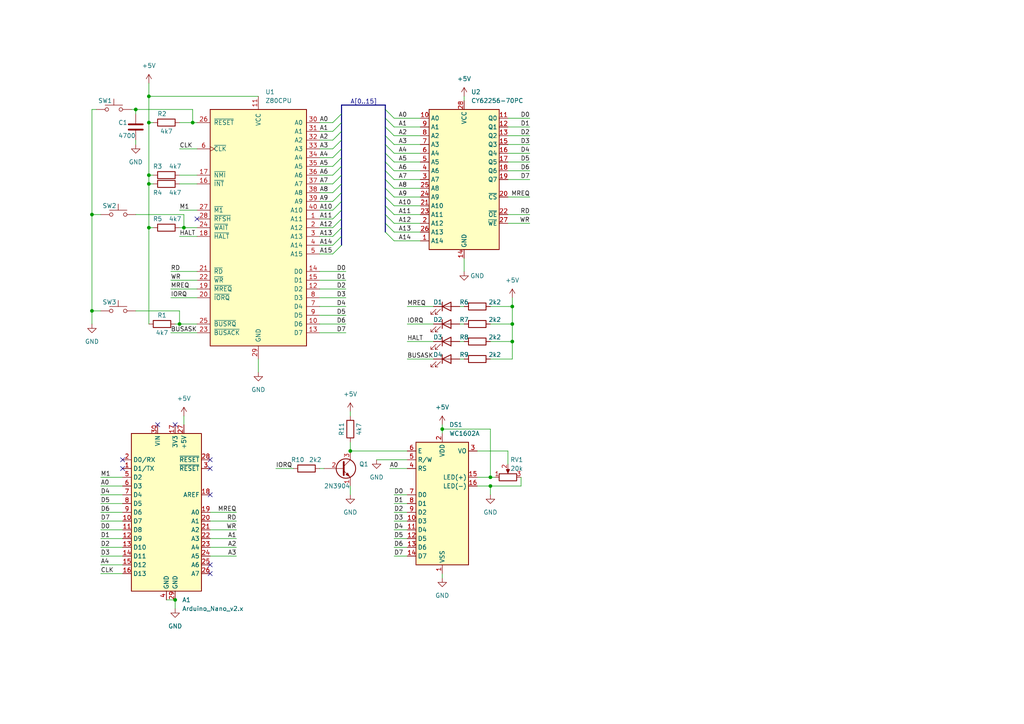
<source format=kicad_sch>
(kicad_sch (version 20211123) (generator eeschema)
  (paper "A4")
  (lib_symbols
    (symbol "CPU:Z80CPU" (pin_names (offset 1.016))
      (property "Reference" "U" (at -13.97 35.56 0))
      (property "Value" "Z80CPU" (at 6.35 35.56 0))
      (symbol "Z80CPU_0_1"
        (rectangle (start -13.97 34.29) (end 13.97 -34.29) (stroke (width 0.254)) (fill (type background)))
      )
      (symbol "Z80CPU_1_1"
        (pin output line (at 17.78 2.54 180) (length 3.81) (name "A11") (number "1"))
        (pin bidirectional line (at 17.78 -27.94 180) (length 3.81) (name "D6") (number "10"))
        (pin power_in line (at 0 38.1 270) (length 3.81) (name "VCC") (number "11"))
        (pin bidirectional line (at 17.78 -17.78 180) (length 3.81) (name "D2") (number "12"))
        (pin bidirectional line (at 17.78 -30.48 180) (length 3.81) (name "D7") (number "13"))
        (pin bidirectional line (at 17.78 -12.7 180) (length 3.81) (name "D0") (number "14"))
        (pin bidirectional line (at 17.78 -15.24 180) (length 3.81) (name "D1") (number "15"))
        (pin input line (at -17.78 12.7 0) (length 3.81) (name "~{INT}") (number "16"))
        (pin input line (at -17.78 15.24 0) (length 3.81) (name "~{NMI}") (number "17"))
        (pin output line (at -17.78 -2.54 0) (length 3.81) (name "~{HALT}") (number "18"))
        (pin output line (at -17.78 -17.78 0) (length 3.81) (name "~{MREQ}") (number "19"))
        (pin output line (at 17.78 0 180) (length 3.81) (name "A12") (number "2"))
        (pin output line (at -17.78 -20.32 0) (length 3.81) (name "~{IORQ}") (number "20"))
        (pin output line (at -17.78 -12.7 0) (length 3.81) (name "~{RD}") (number "21"))
        (pin output line (at -17.78 -15.24 0) (length 3.81) (name "~{WR}") (number "22"))
        (pin output line (at -17.78 -30.48 0) (length 3.81) (name "~{BUSACK}") (number "23"))
        (pin input line (at -17.78 0 0) (length 3.81) (name "~{WAIT}") (number "24"))
        (pin input line (at -17.78 -27.94 0) (length 3.81) (name "~{BUSRQ}") (number "25"))
        (pin input line (at -17.78 30.48 0) (length 3.81) (name "~{RESET}") (number "26"))
        (pin output line (at -17.78 5.08 0) (length 3.81) (name "~{M1}") (number "27"))
        (pin output line (at -17.78 2.54 0) (length 3.81) (name "~{RFSH}") (number "28"))
        (pin power_in line (at 0 -38.1 90) (length 3.81) (name "GND") (number "29"))
        (pin output line (at 17.78 -2.54 180) (length 3.81) (name "A13") (number "3"))
        (pin output line (at 17.78 30.48 180) (length 3.81) (name "A0") (number "30"))
        (pin output line (at 17.78 27.94 180) (length 3.81) (name "A1") (number "31"))
        (pin output line (at 17.78 25.4 180) (length 3.81) (name "A2") (number "32"))
        (pin output line (at 17.78 22.86 180) (length 3.81) (name "A3") (number "33"))
        (pin output line (at 17.78 20.32 180) (length 3.81) (name "A4") (number "34"))
        (pin output line (at 17.78 17.78 180) (length 3.81) (name "A5") (number "35"))
        (pin output line (at 17.78 15.24 180) (length 3.81) (name "A6") (number "36"))
        (pin output line (at 17.78 12.7 180) (length 3.81) (name "A7") (number "37"))
        (pin output line (at 17.78 10.16 180) (length 3.81) (name "A8") (number "38"))
        (pin output line (at 17.78 7.62 180) (length 3.81) (name "A9") (number "39"))
        (pin output line (at 17.78 -5.08 180) (length 3.81) (name "A14") (number "4"))
        (pin output line (at 17.78 5.08 180) (length 3.81) (name "A10") (number "40"))
        (pin output line (at 17.78 -7.62 180) (length 3.81) (name "A15") (number "5"))
        (pin input clock (at -17.78 22.86 0) (length 3.81) (name "~{CLK}") (number "6"))
        (pin bidirectional line (at 17.78 -22.86 180) (length 3.81) (name "D4") (number "7"))
        (pin bidirectional line (at 17.78 -20.32 180) (length 3.81) (name "D3") (number "8"))
        (pin bidirectional line (at 17.78 -25.4 180) (length 3.81) (name "D5") (number "9"))
      )
    )
    (symbol "Device:C" (pin_numbers hide) (pin_names (offset 0.254))
      (property "Reference" "C" (at 0.635 2.54 0))
      (property "Value" "C" (at 0.635 -2.54 0))
      (symbol "C_0_1"
        (polyline (pts (xy -2.032 -0.762) (xy 2.032 -0.762)) (stroke (width 0.508)))
        (polyline (pts (xy -2.032 0.762) (xy 2.032 0.762)) (stroke (width 0.508)))
      )
      (symbol "C_1_1"
        (pin passive line (at 0 3.81 270) (length 2.794) (name "~") (number "1"))
        (pin passive line (at 0 -3.81 90) (length 2.794) (name "~") (number "2"))
      )
    )
    (symbol "Device:LED" (pin_numbers hide) (pin_names (offset 1.016) hide)
      (property "Reference" "D" (at 0 2.54 0))
      (property "Value" "LED" (at 0 -2.54 0))
      (symbol "LED_0_1"
        (polyline (pts (xy -1.27 -1.27) (xy -1.27 1.27)) (stroke (width 0.254)))
        (polyline (pts (xy -1.27 0) (xy 1.27 0)))
        (polyline (pts (xy 1.27 -1.27) (xy 1.27 1.27) (xy -1.27 0) (xy 1.27 -1.27)) (stroke (width 0.254)))
        (polyline (pts (xy -3.048 -0.762) (xy -4.572 -2.286) (xy -3.81 -2.286) (xy -4.572 -2.286) (xy -4.572 -1.524)))
        (polyline (pts (xy -1.778 -0.762) (xy -3.302 -2.286) (xy -2.54 -2.286) (xy -3.302 -2.286) (xy -3.302 -1.524)))
      )
      (symbol "LED_1_1"
        (pin passive line (at -3.81 0 0) (length 2.54) (name "K") (number "1"))
        (pin passive line (at 3.81 0 180) (length 2.54) (name "A") (number "2"))
      )
    )
    (symbol "Device:R" (pin_numbers hide) (pin_names (offset 0))
      (property "Reference" "R" (at 2.032 0 90))
      (property "Value" "R" (at 0 0 90))
      (symbol "R_0_1"
        (rectangle (start -1.016 -2.54) (end 1.016 2.54) (stroke (width 0.254)))
      )
      (symbol "R_1_1"
        (pin passive line (at 0 3.81 270) (length 1.27) (name "~") (number "1"))
        (pin passive line (at 0 -3.81 90) (length 1.27) (name "~") (number "2"))
      )
    )
    (symbol "Device:R_Potentiometer" (pin_names (offset 1.016) hide)
      (property "Reference" "RV" (at -4.445 0 90))
      (property "Value" "R_Potentiometer" (at -2.54 0 90))
      (symbol "R_Potentiometer_0_1"
        (polyline (pts (xy 2.54 0) (xy 1.524 0)))
        (polyline (pts (xy 1.143 0) (xy 2.286 0.508) (xy 2.286 -0.508) (xy 1.143 0)) (fill (type outline)))
        (rectangle (start 1.016 2.54) (end -1.016 -2.54) (stroke (width 0.254)))
      )
      (symbol "R_Potentiometer_1_1"
        (pin passive line (at 0 3.81 270) (length 1.27) (name "1") (number "1"))
        (pin passive line (at 3.81 0 180) (length 1.27) (name "2") (number "2"))
        (pin passive line (at 0 -3.81 90) (length 1.27) (name "3") (number "3"))
      )
    )
    (symbol "Display_Character:WC1602A"
      (property "Reference" "DS" (at -5.842 19.05 0))
      (property "Value" "WC1602A" (at 5.334 19.05 0))
      (symbol "WC1602A_1_1"
        (rectangle (start -7.62 17.78) (end 7.62 -17.78) (stroke (width 0.254)) (fill (type background)))
        (pin power_in line (at 0 -20.32 90) (length 2.54) (name "VSS") (number "1"))
        (pin input line (at -10.16 -5.08 0) (length 2.54) (name "D3") (number "10"))
        (pin input line (at -10.16 -7.62 0) (length 2.54) (name "D4") (number "11"))
        (pin input line (at -10.16 -10.16 0) (length 2.54) (name "D5") (number "12"))
        (pin input line (at -10.16 -12.7 0) (length 2.54) (name "D6") (number "13"))
        (pin input line (at -10.16 -15.24 0) (length 2.54) (name "D7") (number "14"))
        (pin power_in line (at 10.16 7.62 180) (length 2.54) (name "LED(+)") (number "15"))
        (pin power_in line (at 10.16 5.08 180) (length 2.54) (name "LED(-)") (number "16"))
        (pin power_in line (at 0 20.32 270) (length 2.54) (name "VDD") (number "2"))
        (pin input line (at 10.16 15.24 180) (length 2.54) (name "VO") (number "3"))
        (pin input line (at -10.16 10.16 0) (length 2.54) (name "RS") (number "4"))
        (pin input line (at -10.16 12.7 0) (length 2.54) (name "R/W") (number "5"))
        (pin input line (at -10.16 15.24 0) (length 2.54) (name "E") (number "6"))
        (pin input line (at -10.16 2.54 0) (length 2.54) (name "D0") (number "7"))
        (pin input line (at -10.16 0 0) (length 2.54) (name "D1") (number "8"))
        (pin input line (at -10.16 -2.54 0) (length 2.54) (name "D2") (number "9"))
      )
    )
    (symbol "MCU_Module:Arduino_Nano_v2.x"
      (property "Reference" "A" (at -10.16 23.495 0))
      (property "Value" "Arduino_Nano_v2.x" (at 5.08 -24.13 0))
      (symbol "Arduino_Nano_v2.x_0_1"
        (rectangle (start -10.16 22.86) (end 10.16 -22.86) (stroke (width 0.254)) (fill (type background)))
      )
      (symbol "Arduino_Nano_v2.x_1_1"
        (pin bidirectional line (at -12.7 12.7 0) (length 2.54) (name "D1/TX") (number "1"))
        (pin bidirectional line (at -12.7 -2.54 0) (length 2.54) (name "D7") (number "10"))
        (pin bidirectional line (at -12.7 -5.08 0) (length 2.54) (name "D8") (number "11"))
        (pin bidirectional line (at -12.7 -7.62 0) (length 2.54) (name "D9") (number "12"))
        (pin bidirectional line (at -12.7 -10.16 0) (length 2.54) (name "D10") (number "13"))
        (pin bidirectional line (at -12.7 -12.7 0) (length 2.54) (name "D11") (number "14"))
        (pin bidirectional line (at -12.7 -15.24 0) (length 2.54) (name "D12") (number "15"))
        (pin bidirectional line (at -12.7 -17.78 0) (length 2.54) (name "D13") (number "16"))
        (pin power_out line (at 2.54 25.4 270) (length 2.54) (name "3V3") (number "17"))
        (pin input line (at 12.7 5.08 180) (length 2.54) (name "AREF") (number "18"))
        (pin bidirectional line (at 12.7 0 180) (length 2.54) (name "A0") (number "19"))
        (pin bidirectional line (at -12.7 15.24 0) (length 2.54) (name "D0/RX") (number "2"))
        (pin bidirectional line (at 12.7 -2.54 180) (length 2.54) (name "A1") (number "20"))
        (pin bidirectional line (at 12.7 -5.08 180) (length 2.54) (name "A2") (number "21"))
        (pin bidirectional line (at 12.7 -7.62 180) (length 2.54) (name "A3") (number "22"))
        (pin bidirectional line (at 12.7 -10.16 180) (length 2.54) (name "A4") (number "23"))
        (pin bidirectional line (at 12.7 -12.7 180) (length 2.54) (name "A5") (number "24"))
        (pin bidirectional line (at 12.7 -15.24 180) (length 2.54) (name "A6") (number "25"))
        (pin bidirectional line (at 12.7 -17.78 180) (length 2.54) (name "A7") (number "26"))
        (pin power_out line (at 5.08 25.4 270) (length 2.54) (name "+5V") (number "27"))
        (pin input line (at 12.7 15.24 180) (length 2.54) (name "~{RESET}") (number "28"))
        (pin power_in line (at 2.54 -25.4 90) (length 2.54) (name "GND") (number "29"))
        (pin input line (at 12.7 12.7 180) (length 2.54) (name "~{RESET}") (number "3"))
        (pin power_in line (at -2.54 25.4 270) (length 2.54) (name "VIN") (number "30"))
        (pin power_in line (at 0 -25.4 90) (length 2.54) (name "GND") (number "4"))
        (pin bidirectional line (at -12.7 10.16 0) (length 2.54) (name "D2") (number "5"))
        (pin bidirectional line (at -12.7 7.62 0) (length 2.54) (name "D3") (number "6"))
        (pin bidirectional line (at -12.7 5.08 0) (length 2.54) (name "D4") (number "7"))
        (pin bidirectional line (at -12.7 2.54 0) (length 2.54) (name "D5") (number "8"))
        (pin bidirectional line (at -12.7 0 0) (length 2.54) (name "D6") (number "9"))
      )
    )
    (symbol "Memory_RAM:CY62256-70PC"
      (property "Reference" "U" (at -10.16 20.955 0))
      (property "Value" "CY62256-70PC" (at 2.54 20.955 0))
      (symbol "CY62256-70PC_0_0"
        (pin power_in line (at 0 -22.86 90) (length 2.54) (name "GND") (number "14"))
        (pin power_in line (at 0 22.86 270) (length 2.54) (name "VCC") (number "28"))
      )
      (symbol "CY62256-70PC_0_1"
        (rectangle (start -10.16 20.32) (end 10.16 -20.32) (stroke (width 0.254)) (fill (type background)))
      )
      (symbol "CY62256-70PC_1_1"
        (pin input line (at -12.7 -17.78 0) (length 2.54) (name "A14") (number "1"))
        (pin input line (at -12.7 17.78 0) (length 2.54) (name "A0") (number "10"))
        (pin tri_state line (at 12.7 17.78 180) (length 2.54) (name "Q0") (number "11"))
        (pin tri_state line (at 12.7 15.24 180) (length 2.54) (name "Q1") (number "12"))
        (pin tri_state line (at 12.7 12.7 180) (length 2.54) (name "Q2") (number "13"))
        (pin tri_state line (at 12.7 10.16 180) (length 2.54) (name "Q3") (number "15"))
        (pin tri_state line (at 12.7 7.62 180) (length 2.54) (name "Q4") (number "16"))
        (pin tri_state line (at 12.7 5.08 180) (length 2.54) (name "Q5") (number "17"))
        (pin tri_state line (at 12.7 2.54 180) (length 2.54) (name "Q6") (number "18"))
        (pin tri_state line (at 12.7 0 180) (length 2.54) (name "Q7") (number "19"))
        (pin input line (at -12.7 -12.7 0) (length 2.54) (name "A12") (number "2"))
        (pin input line (at 12.7 -5.08 180) (length 2.54) (name "~{CS}") (number "20"))
        (pin input line (at -12.7 -7.62 0) (length 2.54) (name "A10") (number "21"))
        (pin input line (at 12.7 -10.16 180) (length 2.54) (name "~{OE}") (number "22"))
        (pin input line (at -12.7 -10.16 0) (length 2.54) (name "A11") (number "23"))
        (pin input line (at -12.7 -5.08 0) (length 2.54) (name "A9") (number "24"))
        (pin input line (at -12.7 -2.54 0) (length 2.54) (name "A8") (number "25"))
        (pin input line (at -12.7 -15.24 0) (length 2.54) (name "A13") (number "26"))
        (pin input line (at 12.7 -12.7 180) (length 2.54) (name "~{WE}") (number "27"))
        (pin input line (at -12.7 0 0) (length 2.54) (name "A7") (number "3"))
        (pin input line (at -12.7 2.54 0) (length 2.54) (name "A6") (number "4"))
        (pin input line (at -12.7 5.08 0) (length 2.54) (name "A5") (number "5"))
        (pin input line (at -12.7 7.62 0) (length 2.54) (name "A4") (number "6"))
        (pin input line (at -12.7 10.16 0) (length 2.54) (name "A3") (number "7"))
        (pin input line (at -12.7 12.7 0) (length 2.54) (name "A2") (number "8"))
        (pin input line (at -12.7 15.24 0) (length 2.54) (name "A1") (number "9"))
      )
    )
    (symbol "Switch:SW_Push" (pin_numbers hide) (pin_names (offset 1.016) hide)
      (property "Reference" "SW" (at 1.27 2.54 0))
      (property "Value" "SW_Push" (at 0 -1.524 0))
      (symbol "SW_Push_0_1"
        (circle (center -2.032 0) (radius 0.508))
        (polyline (pts (xy 0 1.27) (xy 0 3.048)))
        (polyline (pts (xy 2.54 1.27) (xy -2.54 1.27)))
        (circle (center 2.032 0) (radius 0.508))
        (pin passive line (at -5.08 0 0) (length 2.54) (name "1") (number "1"))
        (pin passive line (at 5.08 0 180) (length 2.54) (name "2") (number "2"))
      )
    )
    (symbol "Transistor_BJT:2N3904" (pin_names (offset 0) hide)
      (property "Reference" "Q" (at 5.08 1.905 0))
      (property "Value" "2N3904" (at 5.08 0 0))
      (symbol "2N3904_0_1"
        (polyline (pts (xy 0.635 0.635) (xy 2.54 2.54)))
        (polyline (pts (xy 0.635 -0.635) (xy 2.54 -2.54) (xy 2.54 -2.54)))
        (polyline (pts (xy 0.635 1.905) (xy 0.635 -1.905) (xy 0.635 -1.905)) (stroke (width 0.508)))
        (polyline (pts (xy 1.27 -1.778) (xy 1.778 -1.27) (xy 2.286 -2.286) (xy 1.27 -1.778) (xy 1.27 -1.778)) (fill (type outline)))
        (circle (center 1.27 0) (radius 2.8194) (stroke (width 0.254)))
      )
      (symbol "2N3904_1_1"
        (pin passive line (at 2.54 -5.08 90) (length 2.54) (name "E") (number "1"))
        (pin passive line (at -5.08 0 0) (length 5.715) (name "B") (number "2"))
        (pin passive line (at 2.54 5.08 270) (length 2.54) (name "C") (number "3"))
      )
    )
    (symbol "power:+5V" (power) (pin_names (offset 0))
      (property "Value" "+5V" (at 0 3.556 0))
      (symbol "+5V_0_1"
        (polyline (pts (xy -0.762 1.27) (xy 0 2.54)))
        (polyline (pts (xy 0 0) (xy 0 2.54)))
        (polyline (pts (xy 0 2.54) (xy 0.762 1.27)))
      )
      (symbol "+5V_1_1"
        (pin power_in line (at 0 0 90) (length 0) hide (name "+5V") (number "1"))
      )
    )
    (symbol "power:GND" (power) (pin_names (offset 0))
      (property "Value" "GND" (at 0 -3.81 0))
      (symbol "GND_0_1"
        (polyline (pts (xy 0 0) (xy 0 -1.27) (xy 1.27 -1.27) (xy 0 -2.54) (xy -1.27 -1.27) (xy 0 -1.27)))
      )
      (symbol "GND_1_1"
        (pin power_in line (at 0 0 270) (length 0) hide (name "GND") (number "1"))
      )
    )
  )
  (junction (at 43.18 53.34))
  (junction (at 26.67 90.17))
  (junction (at 43.18 66.04))
  (junction (at 101.6 130.81))
  (junction (at 142.24 140.97))
  (junction (at 55.88 35.56))
  (junction (at 148.59 88.9))
  (junction (at 43.18 27.94))
  (junction (at 39.37 31.75))
  (junction (at 128.27 124.46))
  (junction (at 148.59 93.98))
  (junction (at 43.18 35.56))
  (junction (at 50.8 173.99))
  (junction (at 43.18 50.8))
  (junction (at 52.07 93.98))
  (junction (at 53.34 66.04))
  (junction (at 142.24 138.43))
  (junction (at 148.59 99.06))
  (junction (at 26.67 62.23))
  (no_connect (at 50.8 123.19))
  (no_connect (at 60.96 133.35))
  (no_connect (at 35.56 133.35))
  (no_connect (at 60.96 163.83))
  (no_connect (at 45.72 123.19))
  (no_connect (at 60.96 143.51))
  (no_connect (at 60.96 135.89))
  (no_connect (at 35.56 135.89))
  (no_connect (at 57.15 63.5))
  (no_connect (at 60.96 166.37))
  (bus_entry (at 111.76 46.99) (size 2.54 2.54))
  (bus_entry (at 99.06 45.72) (size -2.54 2.54))
  (bus_entry (at 111.76 52.07) (size 2.54 2.54))
  (bus_entry (at 111.76 57.15) (size 2.54 2.54))
  (bus_entry (at 99.06 55.88) (size -2.54 2.54))
  (bus_entry (at 99.06 40.64) (size -2.54 2.54))
  (bus_entry (at 111.76 41.91) (size 2.54 2.54))
  (bus_entry (at 99.06 68.58) (size -2.54 2.54))
  (bus_entry (at 111.76 39.37) (size 2.54 2.54))
  (bus_entry (at 111.76 54.61) (size 2.54 2.54))
  (bus_entry (at 111.76 62.23) (size 2.54 2.54))
  (bus_entry (at 99.06 48.26) (size -2.54 2.54))
  (bus_entry (at 99.06 53.34) (size -2.54 2.54))
  (bus_entry (at 111.76 31.75) (size 2.54 2.54))
  (bus_entry (at 111.76 34.29) (size 2.54 2.54))
  (bus_entry (at 99.06 50.8) (size -2.54 2.54))
  (bus_entry (at 99.06 60.96) (size -2.54 2.54))
  (bus_entry (at 111.76 44.45) (size 2.54 2.54))
  (bus_entry (at 99.06 66.04) (size -2.54 2.54))
  (bus_entry (at 99.06 43.18) (size -2.54 2.54))
  (bus_entry (at 99.06 58.42) (size -2.54 2.54))
  (bus_entry (at 111.76 67.31) (size 2.54 2.54))
  (bus_entry (at 111.76 36.83) (size 2.54 2.54))
  (bus_entry (at 99.06 35.56) (size -2.54 2.54))
  (bus_entry (at 99.06 38.1) (size -2.54 2.54))
  (bus_entry (at 111.76 59.69) (size 2.54 2.54))
  (bus_entry (at 111.76 64.77) (size 2.54 2.54))
  (bus_entry (at 111.76 49.53) (size 2.54 2.54))
  (bus_entry (at 99.06 63.5) (size -2.54 2.54))
  (bus_entry (at 99.06 33.02) (size -2.54 2.54))
  (bus_entry (at 99.06 71.12) (size -2.54 2.54))
  (wire (pts (xy 142.24 93.98) (xy 148.59 93.98)))
  (wire (pts (xy 80.01 135.89) (xy 85.09 135.89)))
  (wire (pts (xy 133.35 99.06) (xy 134.62 99.06)))
  (wire (pts (xy 148.59 99.06) (xy 148.59 104.14)))
  (wire (pts (xy 26.67 62.23) (xy 29.21 62.23)))
  (wire (pts (xy 147.32 44.45) (xy 153.67 44.45)))
  (wire (pts (xy 114.3 153.67) (xy 118.11 153.67)))
  (wire (pts (xy 134.62 74.93) (xy 134.62 78.74)))
  (wire (pts (xy 44.45 53.34) (xy 43.18 53.34)))
  (wire (pts (xy 29.21 138.43) (xy 35.56 138.43)))
  (wire (pts (xy 43.18 53.34) (xy 43.18 50.8)))
  (wire (pts (xy 43.18 66.04) (xy 43.18 53.34)))
  (bus (pts (xy 99.06 53.34) (xy 99.06 55.88)))
  (wire (pts (xy 92.71 45.72) (xy 96.52 45.72)))
  (wire (pts (xy 92.71 83.82) (xy 100.33 83.82)))
  (wire (pts (xy 49.53 83.82) (xy 57.15 83.82)))
  (wire (pts (xy 52.07 43.18) (xy 57.15 43.18)))
  (wire (pts (xy 138.43 138.43) (xy 142.24 138.43)))
  (wire (pts (xy 133.35 88.9) (xy 134.62 88.9)))
  (bus (pts (xy 99.06 63.5) (xy 99.06 66.04)))
  (wire (pts (xy 39.37 40.64) (xy 39.37 41.91)))
  (wire (pts (xy 55.88 35.56) (xy 57.15 35.56)))
  (bus (pts (xy 99.06 48.26) (xy 99.06 50.8)))
  (wire (pts (xy 92.71 40.64) (xy 96.52 40.64)))
  (wire (pts (xy 29.21 156.21) (xy 35.56 156.21)))
  (wire (pts (xy 55.88 31.75) (xy 55.88 35.56)))
  (wire (pts (xy 49.53 78.74) (xy 57.15 78.74)))
  (wire (pts (xy 92.71 96.52) (xy 100.33 96.52)))
  (wire (pts (xy 128.27 124.46) (xy 142.24 124.46)))
  (wire (pts (xy 114.3 52.07) (xy 121.92 52.07)))
  (wire (pts (xy 147.32 46.99) (xy 153.67 46.99)))
  (wire (pts (xy 92.71 43.18) (xy 96.52 43.18)))
  (wire (pts (xy 101.6 140.97) (xy 101.6 143.51)))
  (wire (pts (xy 53.34 66.04) (xy 57.15 66.04)))
  (wire (pts (xy 118.11 104.14) (xy 125.73 104.14)))
  (wire (pts (xy 114.3 49.53) (xy 121.92 49.53)))
  (wire (pts (xy 26.67 62.23) (xy 26.67 90.17)))
  (wire (pts (xy 92.71 66.04) (xy 96.52 66.04)))
  (wire (pts (xy 52.07 53.34) (xy 57.15 53.34)))
  (bus (pts (xy 99.06 35.56) (xy 99.06 38.1)))
  (wire (pts (xy 29.21 143.51) (xy 35.56 143.51)))
  (wire (pts (xy 48.26 173.99) (xy 50.8 173.99)))
  (wire (pts (xy 92.71 73.66) (xy 96.52 73.66)))
  (wire (pts (xy 114.3 64.77) (xy 121.92 64.77)))
  (wire (pts (xy 114.3 161.29) (xy 118.11 161.29)))
  (wire (pts (xy 92.71 93.98) (xy 100.33 93.98)))
  (wire (pts (xy 92.71 53.34) (xy 96.52 53.34)))
  (bus (pts (xy 111.76 44.45) (xy 111.76 46.99)))
  (wire (pts (xy 147.32 34.29) (xy 153.67 34.29)))
  (wire (pts (xy 114.3 156.21) (xy 118.11 156.21)))
  (wire (pts (xy 92.71 48.26) (xy 96.52 48.26)))
  (bus (pts (xy 99.06 40.64) (xy 99.06 43.18)))
  (wire (pts (xy 114.3 46.99) (xy 121.92 46.99)))
  (wire (pts (xy 114.3 146.05) (xy 118.11 146.05)))
  (wire (pts (xy 92.71 60.96) (xy 96.52 60.96)))
  (bus (pts (xy 99.06 30.48) (xy 111.76 30.48)))
  (wire (pts (xy 92.71 55.88) (xy 96.52 55.88)))
  (wire (pts (xy 138.43 140.97) (xy 142.24 140.97)))
  (wire (pts (xy 114.3 44.45) (xy 121.92 44.45)))
  (wire (pts (xy 29.21 140.97) (xy 35.56 140.97)))
  (bus (pts (xy 99.06 50.8) (xy 99.06 53.34)))
  (wire (pts (xy 147.32 39.37) (xy 153.67 39.37)))
  (wire (pts (xy 92.71 81.28) (xy 100.33 81.28)))
  (wire (pts (xy 43.18 66.04) (xy 43.18 93.98)))
  (bus (pts (xy 111.76 36.83) (xy 111.76 39.37)))
  (wire (pts (xy 52.07 90.17) (xy 52.07 93.98)))
  (bus (pts (xy 99.06 58.42) (xy 99.06 60.96)))
  (wire (pts (xy 92.71 50.8) (xy 96.52 50.8)))
  (bus (pts (xy 111.76 30.48) (xy 111.76 31.75)))
  (bus (pts (xy 99.06 55.88) (xy 99.06 58.42)))
  (wire (pts (xy 148.59 99.06) (xy 148.59 93.98)))
  (wire (pts (xy 92.71 71.12) (xy 96.52 71.12)))
  (wire (pts (xy 133.35 93.98) (xy 134.62 93.98)))
  (wire (pts (xy 50.8 93.98) (xy 52.07 93.98)))
  (wire (pts (xy 52.07 50.8) (xy 57.15 50.8)))
  (wire (pts (xy 52.07 35.56) (xy 55.88 35.56)))
  (wire (pts (xy 114.3 36.83) (xy 121.92 36.83)))
  (wire (pts (xy 39.37 62.23) (xy 53.34 62.23)))
  (bus (pts (xy 111.76 46.99) (xy 111.76 49.53)))
  (bus (pts (xy 99.06 68.58) (xy 99.06 71.12)))
  (wire (pts (xy 29.21 158.75) (xy 35.56 158.75)))
  (wire (pts (xy 148.59 93.98) (xy 148.59 88.9)))
  (wire (pts (xy 52.07 93.98) (xy 57.15 93.98)))
  (wire (pts (xy 26.67 93.98) (xy 26.67 90.17)))
  (bus (pts (xy 99.06 60.96) (xy 99.06 63.5)))
  (wire (pts (xy 142.24 99.06) (xy 148.59 99.06)))
  (wire (pts (xy 109.22 133.35) (xy 118.11 133.35)))
  (wire (pts (xy 148.59 104.14) (xy 142.24 104.14)))
  (bus (pts (xy 99.06 43.18) (xy 99.06 45.72)))
  (wire (pts (xy 128.27 166.37) (xy 128.27 167.64)))
  (wire (pts (xy 101.6 128.27) (xy 101.6 130.81)))
  (bus (pts (xy 111.76 41.91) (xy 111.76 44.45)))
  (wire (pts (xy 147.32 52.07) (xy 153.67 52.07)))
  (wire (pts (xy 49.53 81.28) (xy 57.15 81.28)))
  (wire (pts (xy 114.3 59.69) (xy 121.92 59.69)))
  (wire (pts (xy 92.71 68.58) (xy 96.52 68.58)))
  (wire (pts (xy 92.71 88.9) (xy 100.33 88.9)))
  (wire (pts (xy 114.3 41.91) (xy 121.92 41.91)))
  (wire (pts (xy 52.07 68.58) (xy 57.15 68.58)))
  (wire (pts (xy 114.3 151.13) (xy 118.11 151.13)))
  (wire (pts (xy 60.96 153.67) (xy 68.58 153.67)))
  (wire (pts (xy 147.32 57.15) (xy 153.67 57.15)))
  (wire (pts (xy 44.45 50.8) (xy 43.18 50.8)))
  (wire (pts (xy 29.21 166.37) (xy 35.56 166.37)))
  (wire (pts (xy 138.43 130.81) (xy 147.32 130.81)))
  (wire (pts (xy 29.21 163.83) (xy 35.56 163.83)))
  (bus (pts (xy 99.06 33.02) (xy 99.06 35.56)))
  (wire (pts (xy 26.67 90.17) (xy 29.21 90.17)))
  (bus (pts (xy 99.06 66.04) (xy 99.06 68.58)))
  (wire (pts (xy 147.32 64.77) (xy 153.67 64.77)))
  (wire (pts (xy 52.07 60.96) (xy 57.15 60.96)))
  (wire (pts (xy 29.21 151.13) (xy 35.56 151.13)))
  (wire (pts (xy 148.59 86.36) (xy 148.59 88.9)))
  (wire (pts (xy 118.11 88.9) (xy 125.73 88.9)))
  (wire (pts (xy 92.71 86.36) (xy 100.33 86.36)))
  (wire (pts (xy 147.32 62.23) (xy 153.67 62.23)))
  (wire (pts (xy 52.07 66.04) (xy 53.34 66.04)))
  (wire (pts (xy 60.96 158.75) (xy 68.58 158.75)))
  (wire (pts (xy 128.27 123.19) (xy 128.27 124.46)))
  (wire (pts (xy 43.18 50.8) (xy 43.18 35.56)))
  (wire (pts (xy 29.21 148.59) (xy 35.56 148.59)))
  (wire (pts (xy 92.71 78.74) (xy 100.33 78.74)))
  (wire (pts (xy 113.03 135.89) (xy 118.11 135.89)))
  (wire (pts (xy 92.71 63.5) (xy 96.52 63.5)))
  (wire (pts (xy 114.3 158.75) (xy 118.11 158.75)))
  (wire (pts (xy 114.3 67.31) (xy 121.92 67.31)))
  (wire (pts (xy 147.32 41.91) (xy 153.67 41.91)))
  (wire (pts (xy 142.24 124.46) (xy 142.24 138.43)))
  (bus (pts (xy 111.76 64.77) (xy 111.76 67.31)))
  (wire (pts (xy 39.37 31.75) (xy 55.88 31.75)))
  (wire (pts (xy 114.3 143.51) (xy 118.11 143.51)))
  (wire (pts (xy 101.6 119.38) (xy 101.6 120.65)))
  (wire (pts (xy 60.96 151.13) (xy 68.58 151.13)))
  (bus (pts (xy 111.76 39.37) (xy 111.76 41.91)))
  (bus (pts (xy 111.76 52.07) (xy 111.76 54.61)))
  (wire (pts (xy 43.18 35.56) (xy 43.18 27.94)))
  (wire (pts (xy 38.1 31.75) (xy 39.37 31.75)))
  (wire (pts (xy 92.71 91.44) (xy 100.33 91.44)))
  (wire (pts (xy 142.24 140.97) (xy 151.13 140.97)))
  (wire (pts (xy 39.37 31.75) (xy 39.37 33.02)))
  (wire (pts (xy 114.3 34.29) (xy 121.92 34.29)))
  (wire (pts (xy 53.34 62.23) (xy 53.34 66.04)))
  (wire (pts (xy 29.21 146.05) (xy 35.56 146.05)))
  (bus (pts (xy 111.76 34.29) (xy 111.76 36.83)))
  (bus (pts (xy 111.76 49.53) (xy 111.76 52.07)))
  (bus (pts (xy 111.76 54.61) (xy 111.76 57.15)))
  (wire (pts (xy 92.71 38.1) (xy 96.52 38.1)))
  (bus (pts (xy 111.76 31.75) (xy 111.76 34.29)))
  (wire (pts (xy 148.59 88.9) (xy 142.24 88.9)))
  (wire (pts (xy 92.71 35.56) (xy 96.52 35.56)))
  (wire (pts (xy 114.3 57.15) (xy 121.92 57.15)))
  (wire (pts (xy 29.21 153.67) (xy 35.56 153.67)))
  (wire (pts (xy 101.6 130.81) (xy 118.11 130.81)))
  (wire (pts (xy 26.67 62.23) (xy 26.67 31.75)))
  (wire (pts (xy 60.96 148.59) (xy 68.58 148.59)))
  (wire (pts (xy 142.24 138.43) (xy 143.51 138.43)))
  (bus (pts (xy 99.06 38.1) (xy 99.06 40.64)))
  (wire (pts (xy 53.34 120.65) (xy 53.34 123.19)))
  (bus (pts (xy 111.76 59.69) (xy 111.76 62.23)))
  (wire (pts (xy 43.18 27.94) (xy 43.18 24.13)))
  (wire (pts (xy 92.71 58.42) (xy 96.52 58.42)))
  (wire (pts (xy 118.11 93.98) (xy 125.73 93.98)))
  (wire (pts (xy 128.27 124.46) (xy 128.27 125.73)))
  (wire (pts (xy 114.3 54.61) (xy 121.92 54.61)))
  (wire (pts (xy 147.32 49.53) (xy 153.67 49.53)))
  (wire (pts (xy 118.11 99.06) (xy 125.73 99.06)))
  (bus (pts (xy 111.76 62.23) (xy 111.76 64.77)))
  (bus (pts (xy 99.06 33.02) (xy 99.06 30.48)))
  (wire (pts (xy 29.21 161.29) (xy 35.56 161.29)))
  (wire (pts (xy 49.53 96.52) (xy 57.15 96.52)))
  (wire (pts (xy 133.35 104.14) (xy 134.62 104.14)))
  (wire (pts (xy 60.96 161.29) (xy 68.58 161.29)))
  (wire (pts (xy 142.24 140.97) (xy 142.24 143.51)))
  (wire (pts (xy 114.3 148.59) (xy 118.11 148.59)))
  (wire (pts (xy 134.62 27.94) (xy 134.62 29.21)))
  (wire (pts (xy 147.32 130.81) (xy 147.32 134.62)))
  (wire (pts (xy 39.37 90.17) (xy 52.07 90.17)))
  (wire (pts (xy 114.3 62.23) (xy 121.92 62.23)))
  (wire (pts (xy 147.32 36.83) (xy 153.67 36.83)))
  (wire (pts (xy 49.53 86.36) (xy 57.15 86.36)))
  (wire (pts (xy 151.13 140.97) (xy 151.13 138.43)))
  (wire (pts (xy 60.96 156.21) (xy 68.58 156.21)))
  (wire (pts (xy 92.71 135.89) (xy 93.98 135.89)))
  (wire (pts (xy 44.45 35.56) (xy 43.18 35.56)))
  (wire (pts (xy 114.3 39.37) (xy 121.92 39.37)))
  (bus (pts (xy 111.76 57.15) (xy 111.76 59.69)))
  (bus (pts (xy 99.06 45.72) (xy 99.06 48.26)))
  (wire (pts (xy 26.67 31.75) (xy 27.94 31.75)))
  (wire (pts (xy 114.3 69.85) (xy 121.92 69.85)))
  (wire (pts (xy 74.93 104.14) (xy 74.93 107.95)))
  (wire (pts (xy 50.8 173.99) (xy 50.8 176.53)))
  (wire (pts (xy 44.45 66.04) (xy 43.18 66.04)))
  (wire (pts (xy 74.93 27.94) (xy 43.18 27.94)))
  (label "A14" (at 92.71 71.12 0))
  (label "D0" (at 29.21 153.67 0))
  (label "RD" (at 49.53 78.74 0))
  (label "RD" (at 153.67 62.23 180))
  (label "D3" (at 114.3 151.13 0))
  (label "MREQ" (at 118.11 88.9 0))
  (label "A11" (at 92.71 63.5 0))
  (label "D5" (at 100.33 91.44 180))
  (label "D6" (at 100.33 93.98 180))
  (label "D2" (at 29.21 158.75 0))
  (label "BUSASK" (at 49.53 96.52 0))
  (label "D1" (at 153.67 36.83 180))
  (label "MREQ" (at 49.53 83.82 0))
  (label "A4" (at 29.21 163.83 0))
  (label "D3" (at 100.33 86.36 180))
  (label "D4" (at 100.33 88.9 180))
  (label "D5" (at 114.3 156.21 0))
  (label "D5" (at 29.21 146.05 0))
  (label "A12" (at 92.71 66.04 0))
  (label "WR" (at 49.53 81.28 0))
  (label "A10" (at 115.57 59.69 0))
  (label "IORQ" (at 49.53 86.36 0))
  (label "A6" (at 92.71 50.8 0))
  (label "D4" (at 114.3 153.67 0))
  (label "A8" (at 115.57 54.61 0))
  (label "HALT" (at 118.11 99.06 0))
  (label "WR" (at 153.67 64.77 180))
  (label "A0" (at 29.21 140.97 0))
  (label "D7" (at 114.3 161.29 0))
  (label "A15" (at 92.71 73.66 0))
  (label "A5" (at 92.71 48.26 0))
  (label "A14" (at 115.57 69.85 0))
  (label "D2" (at 100.33 83.82 180))
  (label "A11" (at 115.57 62.23 0))
  (label "D6" (at 153.67 49.53 180))
  (label "A[0..15]" (at 101.6 30.48 0))
  (label "D6" (at 29.21 148.59 0))
  (label "D7" (at 153.67 52.07 180))
  (label "A0" (at 92.71 35.56 0))
  (label "D0" (at 114.3 143.51 0))
  (label "A9" (at 115.57 57.15 0))
  (label "D1" (at 100.33 81.28 180))
  (label "MREQ" (at 153.67 57.15 180))
  (label "D5" (at 153.67 46.99 180))
  (label "A3" (at 68.58 161.29 180))
  (label "D0" (at 100.33 78.74 180))
  (label "A8" (at 92.71 55.88 0))
  (label "IORQ" (at 80.01 135.89 0))
  (label "D1" (at 29.21 156.21 0))
  (label "CLK" (at 29.21 166.37 0))
  (label "M1" (at 52.07 60.96 0))
  (label "A10" (at 92.71 60.96 0))
  (label "D0" (at 153.67 34.29 180))
  (label "D7" (at 29.21 151.13 0))
  (label "A3" (at 115.57 41.91 0))
  (label "A13" (at 92.71 68.58 0))
  (label "D3" (at 29.21 161.29 0))
  (label "D3" (at 153.67 41.91 180))
  (label "A9" (at 92.71 58.42 0))
  (label "A7" (at 115.57 52.07 0))
  (label "A2" (at 115.57 39.37 0))
  (label "A1" (at 115.57 36.83 0))
  (label "A4" (at 115.57 44.45 0))
  (label "A7" (at 92.71 53.34 0))
  (label "D4" (at 153.67 44.45 180))
  (label "RD" (at 68.58 151.13 180))
  (label "D4" (at 29.21 143.51 0))
  (label "A3" (at 92.71 43.18 0))
  (label "A1" (at 92.71 38.1 0))
  (label "WR" (at 68.58 153.67 180))
  (label "A0" (at 115.57 34.29 0))
  (label "A2" (at 68.58 158.75 180))
  (label "BUSASK" (at 118.11 104.14 0))
  (label "A6" (at 115.57 49.53 0))
  (label "A1" (at 68.58 156.21 180))
  (label "D1" (at 114.3 146.05 0))
  (label "D7" (at 100.33 96.52 180))
  (label "IORQ" (at 118.11 93.98 0))
  (label "A12" (at 115.57 64.77 0))
  (label "A5" (at 115.57 46.99 0))
  (label "D6" (at 114.3 158.75 0))
  (label "A2" (at 92.71 40.64 0))
  (label "MREQ" (at 68.58 148.59 180))
  (label "D2" (at 153.67 39.37 180))
  (label "D2" (at 114.3 148.59 0))
  (label "CLK" (at 52.07 43.18 0))
  (label "A4" (at 92.71 45.72 0))
  (label "M1" (at 29.21 138.43 0))
  (label "A13" (at 115.57 67.31 0))
  (label "A0" (at 113.03 135.89 0))
  (label "HALT" (at 52.07 68.58 0))
  (symbol (lib_id "Device:R") (at 48.26 50.8 90) (unit 1)
    (property "Reference" "R3" (at 45.72 48.26 90))
    (property "Value" "4k7" (at 50.8 48.26 90))
  )
  (symbol (lib_id "Transistor_BJT:2N3904") (at 99.06 135.89 0) (unit 1)
    (property "Reference" "Q1" (at 104.14 134.6199 0) (effects (justify left)))
    (property "Value" "2N3904" (at 93.98 140.97 0) (effects (justify left)))
    (property "Footprint" "Package_TO_SOT_THT:TO-92_Inline" (effects hide))
    (property "Datasheet" "https://www.onsemi.com/pub/Collateral/2N3903-D.PDF" (effects hide))
  )
  (symbol (lib_id "Device:LED") (at 129.54 104.14 0) (unit 1)
    (property "Reference" "D4" (at 127 102.87 0))
    (property "Value" "LED" (effects hide))
  )
  (symbol (lib_id "Device:C") (at 39.37 36.83 0) (unit 1)
    (property "Reference" "C1" (at 34.29 35.56 0) (effects (justify left)))
    (property "Value" "4700" (at 34.29 39.37 0) (effects (justify left)))
  )
  (symbol (lib_id "power:+5V") (at 128.27 123.19 0) (unit 1)
    (property "Reference" "#PWR011" (effects hide))
    (property "Value" "+5V" (at 128.27 118.11 0))
  )
  (symbol (lib_id "Device:R") (at 138.43 99.06 90) (unit 1)
    (property "Reference" "R8" (at 134.62 97.79 90))
    (property "Value" "2k2" (at 143.51 97.79 90))
  )
  (symbol (lib_id "power:GND") (at 74.93 107.95 0) (unit 1)
    (property "Reference" "#PWR06" (effects hide))
    (property "Value" "GND" (at 74.93 113.03 0))
  )
  (symbol (lib_id "power:GND") (at 142.24 143.51 0) (unit 1)
    (property "Reference" "#PWR013" (effects hide))
    (property "Value" "GND" (at 142.24 148.59 0))
  )
  (symbol (lib_id "Device:R_Potentiometer") (at 147.32 138.43 90) (unit 1)
    (property "Reference" "RV1" (at 149.86 133.35 90))
    (property "Value" "20k" (at 149.86 135.89 90))
  )
  (symbol (lib_id "MCU_Module:Arduino_Nano_v2.x") (at 48.26 148.59 0) (unit 1)
    (property "Reference" "A1" (at 52.8194 173.99 0) (effects (justify left)))
    (property "Value" "Arduino_Nano_v2.x" (at 52.8194 176.53 0) (effects (justify left)))
    (property "Footprint" "Module:Arduino_Nano" (effects hide))
    (property "Datasheet" "https://www.arduino.cc/en/uploads/Main/ArduinoNanoManual23.pdf" (effects hide))
  )
  (symbol (lib_id "power:GND") (at 134.62 78.74 0) (unit 1)
    (property "Reference" "#PWR08" (effects hide))
    (property "Value" "GND" (at 138.43 80.01 0))
  )
  (symbol (lib_id "power:GND") (at 50.8 176.53 0) (unit 1)
    (property "Reference" "#PWR01" (effects hide))
    (property "Value" "GND" (at 50.8 181.61 0))
  )
  (symbol (lib_id "Device:R") (at 101.6 124.46 180) (unit 1)
    (property "Reference" "R11" (at 99.06 124.46 90))
    (property "Value" "4k7" (at 104.14 124.46 90))
  )
  (symbol (lib_id "Device:LED") (at 129.54 99.06 0) (unit 1)
    (property "Reference" "D3" (at 127 97.79 0))
    (property "Value" "LED" (effects hide))
  )
  (symbol (lib_id "power:+5V") (at 43.18 24.13 0) (unit 1)
    (property "Reference" "#PWR05" (effects hide))
    (property "Value" "+5V" (at 43.18 19.05 0))
  )
  (symbol (lib_id "Device:R") (at 138.43 88.9 90) (unit 1)
    (property "Reference" "R6" (at 134.62 87.63 90))
    (property "Value" "2k2" (at 143.51 87.63 90))
  )
  (symbol (lib_id "Device:R") (at 138.43 104.14 90) (unit 1)
    (property "Reference" "R9" (at 134.62 102.87 90))
    (property "Value" "2k2" (at 143.51 102.87 90))
  )
  (symbol (lib_id "power:GND") (at 26.67 93.98 0) (unit 1)
    (property "Reference" "#PWR03" (effects hide))
    (property "Value" "GND" (at 26.67 99.06 0))
  )
  (symbol (lib_id "power:GND") (at 109.22 133.35 0) (unit 1)
    (property "Reference" "#PWR010" (effects hide))
    (property "Value" "GND" (at 109.22 138.43 0))
  )
  (symbol (lib_id "Device:R") (at 138.43 93.98 90) (unit 1)
    (property "Reference" "R7" (at 134.62 92.71 90))
    (property "Value" "2k2" (at 143.51 92.71 90))
  )
  (symbol (lib_id "power:GND") (at 39.37 41.91 0) (unit 1)
    (property "Reference" "#PWR04" (effects hide))
    (property "Value" "GND" (at 39.37 46.99 0))
  )
  (symbol (lib_id "Switch:SW_Push") (at 34.29 62.23 0) (unit 1)
    (property "Reference" "SW2" (at 31.75 59.69 0))
    (property "Value" "SW_Push" (effects hide))
  )
  (symbol (lib_id "Device:R") (at 48.26 35.56 90) (unit 1)
    (property "Reference" "R2" (at 46.99 33.02 90))
    (property "Value" "4k7" (at 48.26 38.1 90))
  )
  (symbol (lib_id "power:GND") (at 101.6 143.51 0) (unit 1)
    (property "Reference" "#PWR015" (effects hide))
    (property "Value" "GND" (at 101.6 148.59 0))
  )
  (symbol (lib_id "Device:R") (at 48.26 53.34 90) (unit 1)
    (property "Reference" "R4" (at 45.72 55.88 90))
    (property "Value" "4k7" (at 50.8 55.88 90))
  )
  (symbol (lib_id "Display_Character:WC1602A") (at 128.27 146.05 0) (unit 1)
    (property "Reference" "DS1" (at 130.2894 123.19 0) (effects (justify left)))
    (property "Value" "WC1602A" (at 130.2894 125.73 0) (effects (justify left)))
    (property "Footprint" "Display:WC1602A" (effects hide))
    (property "Datasheet" "http://www.wincomlcd.com/pdf/WC1602A-SFYLYHTC06.pdf" (effects hide))
  )
  (symbol (lib_id "CPU:Z80CPU") (at 74.93 66.04 0) (unit 1)
    (property "Reference" "U1" (at 76.9494 26.67 0) (effects (justify left)))
    (property "Value" "Z80CPU" (at 76.9494 29.21 0) (effects (justify left)))
    (property "Datasheet" "www.zilog.com/manage_directlink.php?filepath=docs/z80/um0080" (effects hide))
  )
  (symbol (lib_id "power:+5V") (at 134.62 27.94 0) (unit 1)
    (property "Reference" "#PWR07" (effects hide))
    (property "Value" "+5V" (at 134.62 22.86 0))
  )
  (symbol (lib_id "Device:LED") (at 129.54 93.98 0) (unit 1)
    (property "Reference" "D2" (at 127 92.71 0))
    (property "Value" "LED" (effects hide))
  )
  (symbol (lib_id "power:+5V") (at 101.6 119.38 0) (unit 1)
    (property "Reference" "#PWR014" (effects hide))
    (property "Value" "+5V" (at 101.6 114.3 0))
  )
  (symbol (lib_id "Device:R") (at 46.99 93.98 90) (unit 1)
    (property "Reference" "R1" (at 46.99 91.44 90))
    (property "Value" "4k7" (at 46.99 96.52 90))
  )
  (symbol (lib_id "power:+5V") (at 53.34 120.65 0) (unit 1)
    (property "Reference" "#PWR02" (effects hide))
    (property "Value" "+5V" (at 53.34 115.57 0))
  )
  (symbol (lib_id "Switch:SW_Push") (at 33.02 31.75 0) (unit 1)
    (property "Reference" "SW1" (at 30.48 29.21 0))
    (property "Value" "SW_Push" (effects hide))
  )
  (symbol (lib_id "power:GND") (at 128.27 167.64 0) (unit 1)
    (property "Reference" "#PWR012" (effects hide))
    (property "Value" "GND" (at 128.27 172.72 0))
  )
  (symbol (lib_id "Device:R") (at 88.9 135.89 90) (unit 1)
    (property "Reference" "R10" (at 86.36 133.35 90))
    (property "Value" "2k2" (at 91.44 133.35 90))
  )
  (symbol (lib_id "Switch:SW_Push") (at 34.29 90.17 0) (unit 1)
    (property "Reference" "SW3" (at 31.75 87.63 0))
    (property "Value" "SW_Push" (effects hide))
  )
  (symbol (lib_id "Device:LED") (at 129.54 88.9 0) (unit 1)
    (property "Reference" "D1" (at 127 87.63 0))
    (property "Value" "LED" (effects hide))
  )
  (symbol (lib_id "power:+5V") (at 148.59 86.36 0) (unit 1)
    (property "Reference" "#PWR09" (effects hide))
    (property "Value" "+5V" (at 148.59 81.28 0))
  )
  (symbol (lib_id "Memory_RAM:CY62256-70PC") (at 134.62 52.07 0) (unit 1)
    (property "Reference" "U2" (at 136.6394 26.67 0) (effects (justify left)))
    (property "Value" "CY62256-70PC" (at 136.6394 29.21 0) (effects (justify left)))
    (property "Footprint" "Package_DIP:DIP-28_W15.24mm" (effects hide))
    (property "Datasheet" "https://ecee.colorado.edu/~mcclurel/Cypress_SRAM_CY62256.pdf" (effects hide))
  )
  (symbol (lib_id "Device:R") (at 48.26 66.04 90) (unit 1)
    (property "Reference" "R5" (at 45.72 63.5 90))
    (property "Value" "4k7" (at 50.8 63.5 90))
  )
)
</source>
